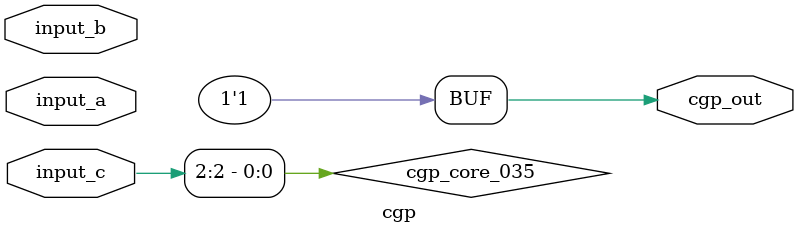
<source format=v>
module cgp(input [2:0] input_a, input [2:0] input_b, input [2:0] input_c, output [0:0] cgp_out);
  wire cgp_core_011_not;
  wire cgp_core_012;
  wire cgp_core_013;
  wire cgp_core_014;
  wire cgp_core_015;
  wire cgp_core_017;
  wire cgp_core_021;
  wire cgp_core_025;
  wire cgp_core_026;
  wire cgp_core_027;
  wire cgp_core_029;
  wire cgp_core_030;
  wire cgp_core_031;
  wire cgp_core_033;
  wire cgp_core_035;
  wire cgp_core_038;
  wire cgp_core_040;
  wire cgp_core_042;

  assign cgp_core_011_not = ~input_a[2];
  assign cgp_core_012 = input_b[2] | input_c[1];
  assign cgp_core_013 = input_b[2] ^ input_a[2];
  assign cgp_core_014 = ~input_b[1];
  assign cgp_core_015 = ~(input_c[1] & input_a[0]);
  assign cgp_core_017 = input_b[2] & input_b[0];
  assign cgp_core_021 = input_c[0] | input_b[1];
  assign cgp_core_025 = input_b[0] ^ input_a[2];
  assign cgp_core_026 = ~input_b[2];
  assign cgp_core_027 = ~(input_c[0] & input_a[0]);
  assign cgp_core_029 = ~(input_c[0] ^ input_c[1]);
  assign cgp_core_030 = input_a[2] | input_b[1];
  assign cgp_core_031 = ~(input_b[1] & input_a[2]);
  assign cgp_core_033 = ~input_a[2];
  assign cgp_core_035 = input_c[2] & input_c[2];
  assign cgp_core_038 = input_a[0] ^ input_c[0];
  assign cgp_core_040 = ~(input_a[0] ^ input_c[0]);
  assign cgp_core_042 = ~(input_a[2] & input_a[2]);

  assign cgp_out[0] = 1'b1;
endmodule
</source>
